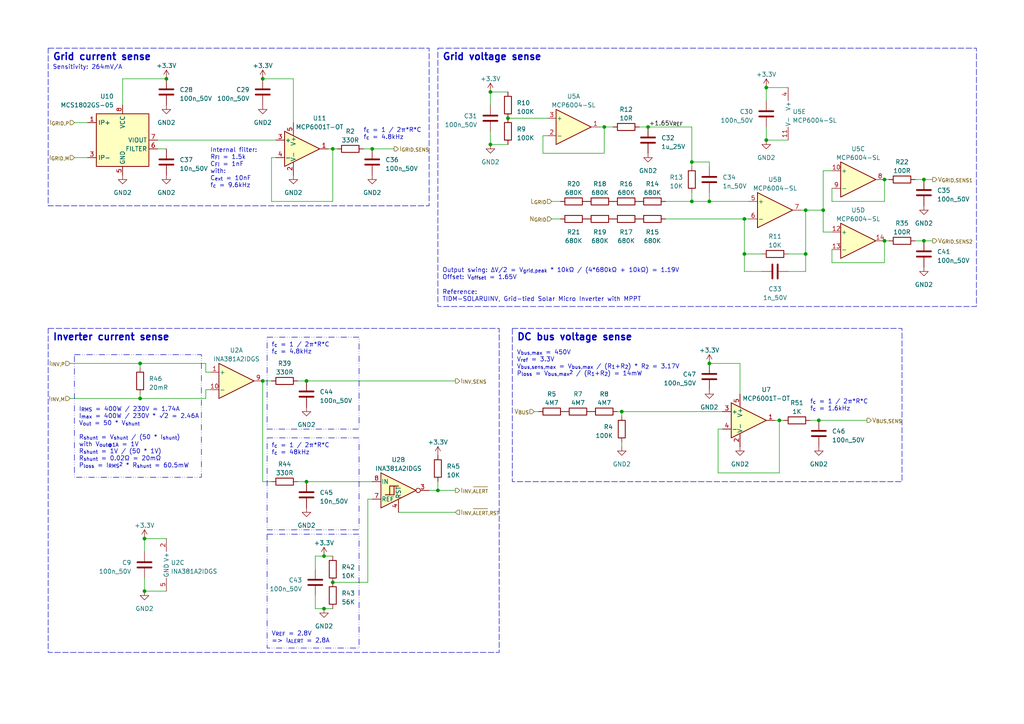
<source format=kicad_sch>
(kicad_sch (version 20230121) (generator eeschema)
  (paper "A4")
  (lib_symbols
    (symbol "_Amplifier_Current:INA381A2IDGS" (pin_names (offset 0.127))
      (property "Reference" "U" (at 1.27 3.175 0))
      (property "Value" "INA381A2IDGS" (at 1.27 -3.175 0))
      (symbol "INA381A2IDGS_1_1"
        (polyline (pts (xy -5.08 5.08) (xy 5.08 0) (xy -5.08 -5.08) (xy -5.08 5.08)) (stroke (width 0.254)) (fill (type background)))
        (pin input line (at -7.62 2.54 0) (length 2.54) (name "+") (number "1"))
        (pin input line (at -7.62 -2.54 0) (length 2.54) (name "-") (number "10"))
        (pin no_connect line (at -2.54 -3.81 90) (length 2.54) hide (name "NC") (number "6"))
        (pin output line (at 7.62 0 180) (length 2.54) (name "~") (number "9"))
      )
      (symbol "INA381A2IDGS_2_1"
        (polyline (pts (xy -2.54 -1.27) (xy -1.27 -1.27) (xy -1.27 1.27)) (stroke (width 0.254)) (fill (type background)))
        (polyline (pts (xy -5.08 5.08) (xy 5.08 0) (xy -5.08 -5.08) (xy -5.08 5.08)) (stroke (width 0.254)) (fill (type background)))
        (polyline (pts (xy -3.81 -1.27) (xy -2.54 -1.27) (xy -2.54 1.27) (xy 0 1.27)) (stroke (width 0.254)) (fill (type background)))
        (pin open_collector inverted (at 8.89 0 180) (length 3.81) (name "~") (number "3"))
        (pin input line (at 0 -6.35 90) (length 3.81) (name "RST") (number "4"))
        (pin input line (at -7.62 -2.54 0) (length 2.54) (name "REF") (number "7"))
        (pin input line (at -7.62 2.54 0) (length 2.54) (name "IN") (number "8"))
      )
      (symbol "INA381A2IDGS_3_1"
        (pin power_in line (at 0 7.62 270) (length 3.81) (name "V+") (number "2"))
        (pin power_in line (at 0 -7.62 90) (length 3.81) (name "GND") (number "5"))
      )
    )
    (symbol "_Amplifier_Current:MCS1802GS-05"
      (property "Reference" "U" (at 2.54 11.43 0))
      (property "Value" "MCS1802GS-05" (at 2.54 8.89 0))
      (symbol "MCS1802GS-05_0_1"
        (rectangle (start -7.62 7.62) (end 7.62 -7.62) (stroke (width 0.254)) (fill (type background)))
      )
      (symbol "MCS1802GS-05_1_1"
        (pin passive line (at -10.16 5.08 0) (length 2.54) (name "IP+") (number "1"))
        (pin passive line (at -10.16 5.08 0) (length 2.54) hide (name "IP+") (number "2"))
        (pin passive line (at -10.16 -5.08 0) (length 2.54) (name "IP-") (number "3"))
        (pin passive line (at -10.16 -5.08 0) (length 2.54) hide (name "IP-") (number "4"))
        (pin power_in line (at 0 -10.16 90) (length 2.54) (name "GND") (number "5"))
        (pin passive line (at 10.16 -2.54 180) (length 2.54) (name "FILTER") (number "6"))
        (pin output line (at 10.16 0 180) (length 2.54) (name "VIOUT") (number "7"))
        (pin power_in line (at 0 10.16 270) (length 2.54) (name "VCC") (number "8"))
      )
    )
    (symbol "_Amplifier_Operational:MCP6001T-OT" (pin_names (offset 0.127))
      (property "Reference" "U" (at -1.27 6.35 0))
      (property "Value" "MCP6001T-OT" (at -1.27 3.81 0))
      (symbol "MCP6001T-OT_0_1"
        (polyline (pts (xy -5.08 5.08) (xy 5.08 0) (xy -5.08 -5.08) (xy -5.08 5.08)) (stroke (width 0.254)) (fill (type background)))
        (pin power_in line (at -2.54 -7.62 90) (length 3.81) (name "V-") (number "2"))
        (pin power_in line (at -2.54 7.62 270) (length 3.81) (name "V+") (number "5"))
      )
      (symbol "MCP6001T-OT_1_1"
        (pin output line (at 7.62 0 180) (length 2.54) (name "~") (number "1"))
        (pin input line (at -7.62 2.54 0) (length 2.54) (name "+") (number "3"))
        (pin input line (at -7.62 -2.54 0) (length 2.54) (name "-") (number "4"))
      )
    )
    (symbol "_Amplifier_Operational:MCP6004-SL" (pin_names (offset 0.127))
      (property "Reference" "U" (at 0 5.08 0))
      (property "Value" "MCP6004-SL" (at 0 -5.08 0))
      (symbol "MCP6004-SL_1_1"
        (polyline (pts (xy -5.08 5.08) (xy 5.08 0) (xy -5.08 -5.08) (xy -5.08 5.08)) (stroke (width 0.254)) (fill (type background)))
        (pin output line (at 7.62 0 180) (length 2.54) (name "~") (number "1"))
        (pin input line (at -7.62 -2.54 0) (length 2.54) (name "-") (number "2"))
        (pin input line (at -7.62 2.54 0) (length 2.54) (name "+") (number "3"))
      )
      (symbol "MCP6004-SL_2_1"
        (polyline (pts (xy -5.08 5.08) (xy 5.08 0) (xy -5.08 -5.08) (xy -5.08 5.08)) (stroke (width 0.254)) (fill (type background)))
        (pin input line (at -7.62 2.54 0) (length 2.54) (name "+") (number "5"))
        (pin input line (at -7.62 -2.54 0) (length 2.54) (name "-") (number "6"))
        (pin output line (at 7.62 0 180) (length 2.54) (name "~") (number "7"))
      )
      (symbol "MCP6004-SL_3_1"
        (polyline (pts (xy -5.08 5.08) (xy 5.08 0) (xy -5.08 -5.08) (xy -5.08 5.08)) (stroke (width 0.254)) (fill (type background)))
        (pin input line (at -7.62 2.54 0) (length 2.54) (name "+") (number "10"))
        (pin output line (at 7.62 0 180) (length 2.54) (name "~") (number "8"))
        (pin input line (at -7.62 -2.54 0) (length 2.54) (name "-") (number "9"))
      )
      (symbol "MCP6004-SL_4_1"
        (polyline (pts (xy -5.08 5.08) (xy 5.08 0) (xy -5.08 -5.08) (xy -5.08 5.08)) (stroke (width 0.254)) (fill (type background)))
        (pin input line (at -7.62 2.54 0) (length 2.54) (name "+") (number "12"))
        (pin input line (at -7.62 -2.54 0) (length 2.54) (name "-") (number "13"))
        (pin output line (at 7.62 0 180) (length 2.54) (name "~") (number "14"))
      )
      (symbol "MCP6004-SL_5_1"
        (pin power_in line (at -2.54 -7.62 90) (length 3.81) (name "V-") (number "11"))
        (pin power_in line (at -2.54 7.62 270) (length 3.81) (name "V+") (number "4"))
      )
    )
    (symbol "_C_0603:100n_50V" (pin_numbers hide) (pin_names (offset 0.254))
      (property "Reference" "C" (at 0.635 2.54 0))
      (property "Value" "100n_50V" (at 0.635 -2.54 0))
      (symbol "100n_50V_0_1"
        (polyline (pts (xy -2.032 -0.762) (xy 2.032 -0.762)) (stroke (width 0.508)))
        (polyline (pts (xy -2.032 0.762) (xy 2.032 0.762)) (stroke (width 0.508)))
      )
      (symbol "100n_50V_1_1"
        (pin passive line (at 0 3.81 270) (length 2.794) (name "~") (number "1"))
        (pin passive line (at 0 -3.81 90) (length 2.794) (name "~") (number "2"))
      )
    )
    (symbol "_C_0603:10n_50V" (pin_numbers hide) (pin_names (offset 0.254))
      (property "Reference" "C" (at 0.635 2.54 0))
      (property "Value" "10n_50V" (at 0.635 -2.54 0))
      (symbol "10n_50V_0_1"
        (polyline (pts (xy -2.032 -0.762) (xy 2.032 -0.762)) (stroke (width 0.508)))
        (polyline (pts (xy -2.032 0.762) (xy 2.032 0.762)) (stroke (width 0.508)))
      )
      (symbol "10n_50V_1_1"
        (pin passive line (at 0 3.81 270) (length 2.794) (name "~") (number "1"))
        (pin passive line (at 0 -3.81 90) (length 2.794) (name "~") (number "2"))
      )
    )
    (symbol "_C_0603:1n_50V" (pin_numbers hide) (pin_names (offset 0.254))
      (property "Reference" "C" (at 0.635 2.54 0))
      (property "Value" "1n_50V" (at 0.635 -2.54 0))
      (symbol "1n_50V_0_1"
        (polyline (pts (xy -2.032 -0.762) (xy 2.032 -0.762)) (stroke (width 0.508)))
        (polyline (pts (xy -2.032 0.762) (xy 2.032 0.762)) (stroke (width 0.508)))
      )
      (symbol "1n_50V_1_1"
        (pin passive line (at 0 3.81 270) (length 2.794) (name "~") (number "1"))
        (pin passive line (at 0 -3.81 90) (length 2.794) (name "~") (number "2"))
      )
    )
    (symbol "_C_0805:1u_25V" (pin_numbers hide) (pin_names (offset 0.254))
      (property "Reference" "C" (at 0.635 2.54 0))
      (property "Value" "1u_25V" (at 0.635 -2.54 0))
      (symbol "1u_25V_0_1"
        (polyline (pts (xy -2.032 -0.762) (xy 2.032 -0.762)) (stroke (width 0.508)))
        (polyline (pts (xy -2.032 0.762) (xy 2.032 0.762)) (stroke (width 0.508)))
      )
      (symbol "1u_25V_1_1"
        (pin passive line (at 0 3.81 270) (length 2.794) (name "~") (number "1"))
        (pin passive line (at 0 -3.81 90) (length 2.794) (name "~") (number "2"))
      )
    )
    (symbol "_R_0603:100K" (pin_numbers hide) (pin_names (offset 0))
      (property "Reference" "R" (at 2.032 0 90))
      (property "Value" "100K" (at 0 0 90))
      (symbol "100K_0_1"
        (rectangle (start -1.016 -2.54) (end 1.016 2.54) (stroke (width 0.254)))
      )
      (symbol "100K_1_1"
        (pin passive line (at 0 3.81 270) (length 1.27) (name "~") (number "1"))
        (pin passive line (at 0 -3.81 90) (length 1.27) (name "~") (number "2"))
      )
    )
    (symbol "_R_0603:100R" (pin_numbers hide) (pin_names (offset 0))
      (property "Reference" "R" (at 2.032 0 90))
      (property "Value" "100R" (at 0 0 90))
      (symbol "100R_0_1"
        (rectangle (start -1.016 -2.54) (end 1.016 2.54) (stroke (width 0.254)))
      )
      (symbol "100R_1_1"
        (pin passive line (at 0 3.81 270) (length 1.27) (name "~") (number "1"))
        (pin passive line (at 0 -3.81 90) (length 1.27) (name "~") (number "2"))
      )
    )
    (symbol "_R_0603:10K" (pin_numbers hide) (pin_names (offset 0))
      (property "Reference" "R" (at 2.032 0 90))
      (property "Value" "10K" (at 0 0 90))
      (symbol "10K_0_1"
        (rectangle (start -1.016 -2.54) (end 1.016 2.54) (stroke (width 0.254)))
      )
      (symbol "10K_1_1"
        (pin passive line (at 0 3.81 270) (length 1.27) (name "~") (number "1"))
        (pin passive line (at 0 -3.81 90) (length 1.27) (name "~") (number "2"))
      )
    )
    (symbol "_R_0603:10R" (pin_numbers hide) (pin_names (offset 0))
      (property "Reference" "R" (at 2.032 0 90))
      (property "Value" "10R" (at 0 0 90))
      (symbol "10R_0_1"
        (rectangle (start -1.016 -2.54) (end 1.016 2.54) (stroke (width 0.254)))
      )
      (symbol "10R_1_1"
        (pin passive line (at 0 3.81 270) (length 1.27) (name "~") (number "1"))
        (pin passive line (at 0 -3.81 90) (length 1.27) (name "~") (number "2"))
      )
    )
    (symbol "_R_0603:1K" (pin_numbers hide) (pin_names (offset 0))
      (property "Reference" "R" (at 2.032 0 90))
      (property "Value" "1K" (at 0 0 90))
      (symbol "1K_0_1"
        (rectangle (start -1.016 -2.54) (end 1.016 2.54) (stroke (width 0.254)))
      )
      (symbol "1K_1_1"
        (pin passive line (at 0 3.81 270) (length 1.27) (name "~") (number "1"))
        (pin passive line (at 0 -3.81 90) (length 1.27) (name "~") (number "2"))
      )
    )
    (symbol "_R_0603:330R" (pin_numbers hide) (pin_names (offset 0))
      (property "Reference" "R" (at 2.032 0 90))
      (property "Value" "330R" (at 0 0 90))
      (symbol "330R_0_1"
        (rectangle (start -1.016 -2.54) (end 1.016 2.54) (stroke (width 0.254)))
      )
      (symbol "330R_1_1"
        (pin passive line (at 0 3.81 270) (length 1.27) (name "~") (number "1"))
        (pin passive line (at 0 -3.81 90) (length 1.27) (name "~") (number "2"))
      )
    )
    (symbol "_R_0603:56K" (pin_numbers hide) (pin_names (offset 0))
      (property "Reference" "R" (at 2.032 0 90))
      (property "Value" "56K" (at 0 0 90))
      (symbol "56K_0_1"
        (rectangle (start -1.016 -2.54) (end 1.016 2.54) (stroke (width 0.254)))
      )
      (symbol "56K_1_1"
        (pin passive line (at 0 3.81 270) (length 1.27) (name "~") (number "1"))
        (pin passive line (at 0 -3.81 90) (length 1.27) (name "~") (number "2"))
      )
    )
    (symbol "_R_1020:20mR" (pin_numbers hide) (pin_names (offset 0))
      (property "Reference" "R" (at 2.032 0 90))
      (property "Value" "20mR" (at 0 0 90))
      (symbol "20mR_0_1"
        (rectangle (start -1.016 -2.54) (end 1.016 2.54) (stroke (width 0.254)))
      )
      (symbol "20mR_1_1"
        (pin passive line (at 0 3.81 270) (length 1.27) (name "~") (number "1"))
        (pin passive line (at 0 -3.81 90) (length 1.27) (name "~") (number "2"))
      )
    )
    (symbol "_R_1206:4M7" (pin_numbers hide) (pin_names (offset 0))
      (property "Reference" "R" (at 2.032 0 90))
      (property "Value" "4M7" (at 0 0 90))
      (symbol "4M7_0_1"
        (rectangle (start -1.016 -2.54) (end 1.016 2.54) (stroke (width 0.254)))
      )
      (symbol "4M7_1_1"
        (pin passive line (at 0 3.81 270) (length 1.27) (name "~") (number "1"))
        (pin passive line (at 0 -3.81 90) (length 1.27) (name "~") (number "2"))
      )
    )
    (symbol "_R_1206:680K" (pin_numbers hide) (pin_names (offset 0))
      (property "Reference" "R" (at 2.032 0 90))
      (property "Value" "680K" (at 0 0 90))
      (symbol "680K_0_1"
        (rectangle (start -1.016 -2.54) (end 1.016 2.54) (stroke (width 0.254)))
      )
      (symbol "680K_1_1"
        (pin passive line (at 0 3.81 270) (length 1.27) (name "~") (number "1"))
        (pin passive line (at 0 -3.81 90) (length 1.27) (name "~") (number "2"))
      )
    )
    (symbol "power:+3.3V" (power) (pin_names (offset 0))
      (property "Value" "+3.3V" (at 0 3.556 0))
      (symbol "+3.3V_0_1"
        (polyline (pts (xy -0.762 1.27) (xy 0 2.54)))
        (polyline (pts (xy 0 0) (xy 0 2.54)))
        (polyline (pts (xy 0 2.54) (xy 0.762 1.27)))
      )
      (symbol "+3.3V_1_1"
        (pin power_in line (at 0 0 90) (length 0) hide (name "+3.3V") (number "1"))
      )
    )
    (symbol "power:GND2" (power) (pin_names (offset 0))
      (property "Value" "GND2" (at 0 -3.81 0))
      (symbol "GND2_0_1"
        (polyline (pts (xy 0 0) (xy 0 -1.27) (xy 1.27 -1.27) (xy 0 -2.54) (xy -1.27 -1.27) (xy 0 -1.27)))
      )
      (symbol "GND2_1_1"
        (pin power_in line (at 0 0 270) (length 0) hide (name "GND2") (number "1"))
      )
    )
  )
  (junction (at 93.98 161.29))
  (junction (at 127 142.24))
  (junction (at 205.74 58.42))
  (junction (at 256.54 69.85))
  (junction (at 233.68 60.96))
  (junction (at 107.95 43.18))
  (junction (at 41.91 156.21))
  (junction (at 238.76 60.96))
  (junction (at 237.49 121.92))
  (junction (at 142.24 26.67))
  (junction (at 233.68 73.66))
  (junction (at 76.2 22.86))
  (junction (at 180.34 119.38))
  (junction (at 96.52 168.91))
  (junction (at 200.66 58.42))
  (junction (at 142.24 41.91))
  (junction (at 205.74 105.41))
  (junction (at 88.9 139.7))
  (junction (at 267.97 69.85))
  (junction (at 256.54 52.07))
  (junction (at 267.97 52.07))
  (junction (at 215.9 63.5))
  (junction (at 147.32 34.29))
  (junction (at 40.64 105.41))
  (junction (at 48.26 22.86))
  (junction (at 222.25 25.4))
  (junction (at 175.26 36.83))
  (junction (at 96.52 43.18))
  (junction (at 76.2 110.49))
  (junction (at 93.98 176.53))
  (junction (at 200.66 46.99))
  (junction (at 40.64 115.57))
  (junction (at 88.9 110.49))
  (junction (at 215.9 73.66))
  (junction (at 222.25 40.64))
  (junction (at 226.06 121.92))
  (junction (at 187.96 36.83))
  (junction (at 41.91 171.45))
  (wire (pts (xy 208.28 137.16) (xy 226.06 137.16)))
  (wire (pts (xy 256.54 52.07) (xy 257.81 52.07)))
  (wire (pts (xy 93.98 161.29) (xy 91.44 161.29)))
  (wire (pts (xy 59.69 113.03) (xy 59.69 115.57)))
  (wire (pts (xy 241.3 72.39) (xy 241.3 76.2)))
  (wire (pts (xy 80.01 45.72) (xy 78.74 45.72)))
  (wire (pts (xy 209.55 124.46) (xy 208.28 124.46)))
  (wire (pts (xy 185.42 36.83) (xy 187.96 36.83)))
  (wire (pts (xy 238.76 60.96) (xy 238.76 49.53)))
  (wire (pts (xy 78.74 139.7) (xy 76.2 139.7)))
  (wire (pts (xy 215.9 63.5) (xy 217.17 63.5)))
  (wire (pts (xy 88.9 110.49) (xy 132.08 110.49)))
  (wire (pts (xy 59.69 107.95) (xy 59.69 105.41)))
  (wire (pts (xy 226.06 137.16) (xy 226.06 121.92)))
  (wire (pts (xy 208.28 124.46) (xy 208.28 137.16)))
  (wire (pts (xy 40.64 115.57) (xy 59.69 115.57)))
  (wire (pts (xy 157.48 39.37) (xy 157.48 44.45)))
  (wire (pts (xy 222.25 25.4) (xy 222.25 29.21)))
  (wire (pts (xy 106.68 144.78) (xy 106.68 168.91)))
  (wire (pts (xy 147.32 34.29) (xy 158.75 34.29)))
  (wire (pts (xy 78.74 45.72) (xy 78.74 58.42)))
  (wire (pts (xy 187.96 36.83) (xy 200.66 36.83)))
  (wire (pts (xy 222.25 36.83) (xy 222.25 40.64)))
  (wire (pts (xy 180.34 119.38) (xy 209.55 119.38)))
  (wire (pts (xy 86.36 139.7) (xy 88.9 139.7)))
  (wire (pts (xy 93.98 176.53) (xy 96.52 176.53)))
  (wire (pts (xy 86.36 110.49) (xy 88.9 110.49)))
  (wire (pts (xy 142.24 26.67) (xy 142.24 30.48)))
  (wire (pts (xy 222.25 40.64) (xy 228.6 40.64)))
  (wire (pts (xy 233.68 60.96) (xy 233.68 73.66)))
  (wire (pts (xy 40.64 105.41) (xy 59.69 105.41)))
  (wire (pts (xy 237.49 121.92) (xy 251.46 121.92)))
  (wire (pts (xy 154.94 119.38) (xy 156.21 119.38)))
  (wire (pts (xy 142.24 38.1) (xy 142.24 41.91)))
  (wire (pts (xy 91.44 172.72) (xy 91.44 176.53)))
  (wire (pts (xy 78.74 58.42) (xy 96.52 58.42)))
  (wire (pts (xy 233.68 78.74) (xy 233.68 73.66)))
  (wire (pts (xy 105.41 43.18) (xy 107.95 43.18)))
  (wire (pts (xy 35.56 22.86) (xy 48.26 22.86)))
  (wire (pts (xy 233.68 73.66) (xy 228.6 73.66)))
  (wire (pts (xy 35.56 22.86) (xy 35.56 30.48)))
  (wire (pts (xy 215.9 63.5) (xy 215.9 73.66)))
  (wire (pts (xy 256.54 69.85) (xy 257.81 69.85)))
  (wire (pts (xy 200.66 55.88) (xy 200.66 58.42)))
  (wire (pts (xy 142.24 26.67) (xy 147.32 26.67)))
  (wire (pts (xy 96.52 58.42) (xy 96.52 43.18)))
  (wire (pts (xy 41.91 156.21) (xy 48.26 156.21)))
  (wire (pts (xy 20.32 105.41) (xy 40.64 105.41)))
  (wire (pts (xy 226.06 121.92) (xy 227.33 121.92)))
  (wire (pts (xy 115.57 148.59) (xy 132.08 148.59)))
  (wire (pts (xy 41.91 167.64) (xy 41.91 171.45)))
  (wire (pts (xy 267.97 69.85) (xy 270.51 69.85)))
  (wire (pts (xy 124.46 142.24) (xy 127 142.24)))
  (wire (pts (xy 41.91 156.21) (xy 41.91 160.02)))
  (wire (pts (xy 93.98 176.53) (xy 91.44 176.53)))
  (wire (pts (xy 222.25 25.4) (xy 228.6 25.4)))
  (wire (pts (xy 157.48 44.45) (xy 175.26 44.45)))
  (wire (pts (xy 200.66 46.99) (xy 200.66 48.26)))
  (wire (pts (xy 142.24 41.91) (xy 147.32 41.91)))
  (wire (pts (xy 234.95 121.92) (xy 237.49 121.92)))
  (wire (pts (xy 238.76 49.53) (xy 241.3 49.53)))
  (wire (pts (xy 256.54 52.07) (xy 256.54 58.42)))
  (wire (pts (xy 193.04 63.5) (xy 215.9 63.5)))
  (wire (pts (xy 193.04 58.42) (xy 200.66 58.42)))
  (wire (pts (xy 21.59 35.56) (xy 25.4 35.56)))
  (wire (pts (xy 205.74 105.41) (xy 214.63 105.41)))
  (wire (pts (xy 45.72 43.18) (xy 48.26 43.18)))
  (wire (pts (xy 179.07 119.38) (xy 180.34 119.38)))
  (wire (pts (xy 256.54 76.2) (xy 241.3 76.2)))
  (wire (pts (xy 200.66 46.99) (xy 200.66 36.83)))
  (wire (pts (xy 160.02 63.5) (xy 162.56 63.5)))
  (wire (pts (xy 175.26 36.83) (xy 177.8 36.83)))
  (wire (pts (xy 78.74 110.49) (xy 76.2 110.49)))
  (wire (pts (xy 205.74 48.26) (xy 205.74 46.99)))
  (wire (pts (xy 205.74 55.88) (xy 205.74 58.42)))
  (wire (pts (xy 91.44 165.1) (xy 91.44 161.29)))
  (wire (pts (xy 232.41 60.96) (xy 233.68 60.96)))
  (wire (pts (xy 228.6 78.74) (xy 233.68 78.74)))
  (wire (pts (xy 267.97 52.07) (xy 270.51 52.07)))
  (wire (pts (xy 106.68 168.91) (xy 96.52 168.91)))
  (wire (pts (xy 160.02 58.42) (xy 162.56 58.42)))
  (wire (pts (xy 175.26 36.83) (xy 173.99 36.83)))
  (wire (pts (xy 76.2 22.86) (xy 85.09 22.86)))
  (wire (pts (xy 96.52 43.18) (xy 95.25 43.18)))
  (wire (pts (xy 85.09 22.86) (xy 85.09 35.56)))
  (wire (pts (xy 88.9 139.7) (xy 107.95 139.7)))
  (wire (pts (xy 45.72 40.64) (xy 80.01 40.64)))
  (wire (pts (xy 214.63 105.41) (xy 214.63 114.3)))
  (wire (pts (xy 106.68 144.78) (xy 107.95 144.78)))
  (wire (pts (xy 233.68 60.96) (xy 238.76 60.96)))
  (wire (pts (xy 215.9 73.66) (xy 215.9 78.74)))
  (wire (pts (xy 238.76 60.96) (xy 238.76 67.31)))
  (wire (pts (xy 76.2 110.49) (xy 76.2 139.7)))
  (wire (pts (xy 107.95 43.18) (xy 114.3 43.18)))
  (wire (pts (xy 220.98 73.66) (xy 215.9 73.66)))
  (wire (pts (xy 238.76 67.31) (xy 241.3 67.31)))
  (wire (pts (xy 256.54 58.42) (xy 241.3 58.42)))
  (wire (pts (xy 60.96 107.95) (xy 59.69 107.95)))
  (wire (pts (xy 205.74 46.99) (xy 200.66 46.99)))
  (wire (pts (xy 93.98 161.29) (xy 96.52 161.29)))
  (wire (pts (xy 241.3 58.42) (xy 241.3 54.61)))
  (wire (pts (xy 180.34 129.54) (xy 180.34 128.27)))
  (wire (pts (xy 40.64 105.41) (xy 40.64 106.68)))
  (wire (pts (xy 180.34 119.38) (xy 180.34 120.65)))
  (wire (pts (xy 200.66 58.42) (xy 205.74 58.42)))
  (wire (pts (xy 226.06 121.92) (xy 224.79 121.92)))
  (wire (pts (xy 127 139.7) (xy 127 142.24)))
  (wire (pts (xy 60.96 113.03) (xy 59.69 113.03)))
  (wire (pts (xy 215.9 78.74) (xy 220.98 78.74)))
  (wire (pts (xy 265.43 69.85) (xy 267.97 69.85)))
  (wire (pts (xy 127 142.24) (xy 132.08 142.24)))
  (wire (pts (xy 175.26 44.45) (xy 175.26 36.83)))
  (wire (pts (xy 40.64 114.3) (xy 40.64 115.57)))
  (wire (pts (xy 20.32 115.57) (xy 40.64 115.57)))
  (wire (pts (xy 96.52 43.18) (xy 97.79 43.18)))
  (wire (pts (xy 21.59 45.72) (xy 25.4 45.72)))
  (wire (pts (xy 265.43 52.07) (xy 267.97 52.07)))
  (wire (pts (xy 158.75 39.37) (xy 157.48 39.37)))
  (wire (pts (xy 205.74 58.42) (xy 217.17 58.42)))
  (wire (pts (xy 256.54 69.85) (xy 256.54 76.2)))
  (wire (pts (xy 41.91 171.45) (xy 48.26 171.45)))
  (rectangle (start 13.97 95.25) (end 144.78 189.23) (stroke (width 0) (type dash)))
  (rectangle (start 148.59 95.25) (end 261.62 139.7) (stroke (width 0) (type dash)))
  (rectangle (start 77.47 97.79) (end 104.14 124.46) (stroke (width 0) (type dash_dot_dot)))
  (rectangle (start 13.97 13.97) (end 124.46 59.69) (stroke (width 0) (type dash)))
  (rectangle (start 77.47 154.94) (end 104.14 187.96) (stroke (width 0) (type dash_dot_dot)))
  (rectangle (start 127 13.97) (end 283.21 88.9) (stroke (width 0) (type dash)))
  (rectangle (start 77.47 127) (end 104.14 153.67) (stroke (width 0) (type dash_dot_dot)))
  (rectangle (start 21.59 102.87) (end 58.42 138.43) (stroke (width 0) (type dash_dot_dot)))
  (text "f_{c} = 1 / 2π*R*C\nf_{c} = 4.8kHz" (at 78.74 102.87 0) (effects (font (size 1.27 1.27)) (justify left bottom)))
  (text "f_{c} = 1 / 2π*R*C\nf_{c} = 4.8kHz" (at 105.41 40.64 0) (effects (font (size 1.27 1.27)) (justify left bottom)))
  (text "Grid current sense" (at 15.24 17.78 0) (effects (font (size 2 2) (thickness 0.4) bold) (justify left bottom)))
  (text "Sensitivity: 264mV/A" (at 15.24 20.32 0) (effects (font (size 1.27 1.27)) (justify left bottom)))
  (text "DC bus voltage sense" (at 149.86 99.06 0) (effects (font (size 2 2) (thickness 0.4) bold) (justify left bottom)))
  (text "Internal filter:\nR_{Fi} = 1.5k\nC_{Fi} = 1nF\nwith:\nC_{ext} = 10nF\nf_{c} = 9.6kHz" (at 60.96 54.61 0) (effects (font (size 1.27 1.27)) (justify left bottom)))
  (text "V_{bus,max} = 450V\nV_{ref} = 3.3V\nV_{bus,sens,max} = V_{bus,max} / (R_{1}+R_{2}) * R_{2} = 3.17V\nP_{loss} = V_{bus,max}^{2} / (R_{1}+R_{2}) = 14mW" (at 149.86 109.22 0) (effects (font (size 1.27 1.27)) (justify left bottom)))
  (text "f_{c} = 1 / 2π*R*C\nf_{c} = 1.6kHz" (at 234.95 119.38 0) (effects (font (size 1.27 1.27)) (justify left bottom)))
  (text "Reference:\nTIDM-SOLARUINV, Grid-tied Solar Micro Inverter with MPPT" (at 128.27 87.63 0) (effects (font (size 1.27 1.27)) (justify left bottom)))
  (text "V_{REF} = 2.8V\n=> I_{ALERT} = 2.8A" (at 78.74 186.69 0) (effects (font (size 1.27 1.27)) (justify left bottom)))
  (text "Grid voltage sense" (at 128.27 17.78 0) (effects (font (size 2 2) (thickness 0.4) bold) (justify left bottom)))
  (text "Output swing: ΔV/2 = V_{grid,peak} * 10kΩ / (4*680kΩ + 10kΩ) = 1.19V\nOffset: V_{offset} = 1.65V" (at 128.27 81.28 0) (effects (font (size 1.27 1.27)) (justify left bottom)))
  (text "I_{RMS} = 400W / 230V = 1.74A\nI_{max} = 400W / 230V * √2 = 2.46A\nV_{out} = 50 * V_{shunt}\n\nR_{shunt} = V_{shunt} / (50 * I_{shunt})\nwith V_{out@1A} = 1V\nR_{shunt} = 1V / (50 * 1V)\nR_{shunt} = 0.02Ω = 20mΩ\nP_{loss} = I_{RMS}^{2} * R_{shunt} = 60.5mW" (at 22.86 135.89 0) (effects (font (size 1.27 1.27)) (justify left bottom)))
  (text "f_{c} = 1 / 2π*R*C\nf_{c} = 48kHz" (at 78.74 132.08 0) (effects (font (size 1.27 1.27)) (justify left bottom)))
  (text "Inverter current sense" (at 15.24 99.06 0) (effects (font (size 2 2) (thickness 0.4) bold) (justify left bottom)))
  (label "+1.65V_{REF}" (at 198.12 36.83 180))
  (hierarchical_label "V_{BUS,SENS}" (shape output) (at 251.46 121.92 0))
  (hierarchical_label "I_{INV,SENS}" (shape output) (at 132.08 110.49 0))
  (hierarchical_label "I_{GRID,M}" (shape input) (at 21.59 45.72 180))
  (hierarchical_label "V_{GRID,SENS2}" (shape output) (at 270.51 69.85 0))
  (hierarchical_label "I_{GRID,SENS}" (shape output) (at 114.3 43.18 0))
  (hierarchical_label "I_{INV,P}" (shape input) (at 20.32 105.41 180))
  (hierarchical_label "N_{GRID}" (shape input) (at 160.02 63.5 180))
  (hierarchical_label "V_{BUS}" (shape input) (at 154.94 119.38 180))
  (hierarchical_label "L_{GRID}" (shape input) (at 160.02 58.42 180))
  (hierarchical_label "I_{INV,~{ALERT}}" (shape output) (at 132.08 142.24 0))
  (hierarchical_label "I_{GRID,P}" (shape input) (at 21.59 35.56 180))
  (hierarchical_label "I_{INV,M}" (shape input) (at 20.32 115.57 180))
  (hierarchical_label "V_{GRID,SENS1}" (shape output) (at 270.51 52.07 0))
  (hierarchical_label "I_{INV,~{ALERT},RST}" (shape input) (at 132.08 148.59 0))
  (symbol (lib_id "_Amplifier_Current:INA381A2IDGS") (at 115.57 142.24 0) (unit 2)
    (property "Reference" "U2" (at 115.57 133.35 0))
    (property "Value" "INA381A2IDGS" (at 115.57 135.89 0))
    (property "Footprint" "Package_SO:VSSOP-10_3x3mm_P0.5mm" (effects hide))
    (property "Datasheet" "https://www.ti.com/lit/ds/symlink/ina381.pdf" (effects hide))
    (property "MF" "Texas Instruments" (effects hide))
    (property "MPN" "INA381A2IDGS" (effects hide))
    (property "OC_LCSC" "C1849464" (effects hide))
    (property "OC_MOUSER" "595-INA381A2IDGSR" (effects hide))
  )
  (symbol (lib_id "_R_0603:330R") (at 82.55 110.49 90) (unit 1)
    (property "Reference" "R39" (at 82.55 105.41 90))
    (property "Value" "330R" (at 82.55 107.95 90))
    (property "Footprint" "Resistor_SMD:R_0603_1608Metric" (effects hide))
    (property "OC_MOUSER" "603-AC0603FR-07330RL" (effects hide))
  )
  (symbol (lib_id "_Amplifier_Current:INA381A2IDGS") (at 48.26 163.83 0) (unit 3)
    (property "Reference" "U2" (at 49.53 163.195 0) (effects (justify left)))
    (property "Value" "INA381A2IDGS" (at 49.53 165.735 0) (effects (justify left)))
    (property "Footprint" "Package_SO:VSSOP-10_3x3mm_P0.5mm" (effects hide))
    (property "Datasheet" "https://www.ti.com/lit/ds/symlink/ina381.pdf" (effects hide))
    (property "MF" "Texas Instruments" (effects hide))
    (property "MPN" "INA381A2IDGS" (effects hide))
    (property "OC_LCSC" "C1849464" (effects hide))
    (property "OC_MOUSER" "595-INA381A2IDGSR" (effects hide))
  )
  (symbol (lib_id "_R_0603:100K") (at 147.32 38.1 0) (unit 1)
    (property "Reference" "R9" (at 149.86 37.465 0) (effects (justify left)))
    (property "Value" "100K" (at 149.86 40.005 0) (effects (justify left)))
    (property "Footprint" "Resistor_SMD:R_0603_1608Metric" (effects hide))
    (property "OC_MOUSER" "603-AC0603FR-07100KL" (effects hide))
  )
  (symbol (lib_id "_Amplifier_Operational:MCP6001T-OT") (at 87.63 43.18 0) (unit 1)
    (property "Reference" "U11" (at 92.71 34.29 0))
    (property "Value" "MCP6001T-OT" (at 92.71 36.83 0))
    (property "Footprint" "Package_TO_SOT_SMD:SOT-23-5" (effects hide))
    (property "Datasheet" "http://ww1.microchip.com/downloads/en/DeviceDoc/MCP6001-1R-1U-2-4-1-MHz-Low-Power-Op-Amp-DS20001733L.pdf" (effects hide))
    (property "MF" "Microchip Technology" (effects hide))
    (property "MPN" "MCP6001T-I/OT" (effects hide))
    (property "OC_LCSC" "C116490" (effects hide))
    (property "OC_MOUSER" "579-MCP6001T-I/OT" (effects hide))
  )
  (symbol (lib_id "_R_1206:4M7") (at 175.26 119.38 90) (unit 1)
    (property "Reference" "R8" (at 175.26 114.3 90))
    (property "Value" "4M7" (at 175.26 116.84 90))
    (property "Footprint" "Resistor_SMD:R_1206_3216Metric" (effects hide))
    (instances (project "OpenMI" (path "" (reference "R8") (unit 1)) (path "" (reference "R49") (unit 1))))
  )
  (symbol (lib_id "_C_0603:100n_50V") (at 142.24 34.29 0) (unit 1)
    (property "Reference" "C31" (at 138.43 33.655 0) (effects (justify right)))
    (property "Value" "100n_50V" (at 138.43 36.195 0) (effects (justify right)))
    (property "Footprint" "Capacitor_SMD:C_0603_1608Metric" (effects hide))
    (property "OC_MOUSER" "810-CGA3E2X7R1H104K" (effects hide))
    (instances (project "OpenMI" (path "" (reference "C31") (unit 1)) (path "" (reference "C30") (unit 1))))
  )
  (symbol (lib_id "power:GND2") (at 267.97 77.47 0) (unit 1)
    (property "Reference" "#PWR049" (effects hide))
    (property "Value" "GND2" (at 267.97 82.55 0))
    (instances (project "OpenMI" (path "" (reference "#PWR049") (unit 1)) (path "" (reference "#PWR045") (unit 1))))
  )
  (symbol (lib_id "_C_0603:100n_50V") (at 267.97 73.66 0) (unit 1)
    (property "Reference" "C41" (at 271.78 73.025 0) (effects (justify left)))
    (property "Value" "100n_50V" (at 271.78 75.565 0) (effects (justify left)))
    (property "Footprint" "Capacitor_SMD:C_0603_1608Metric" (effects hide))
    (property "OC_MOUSER" "810-CGA3E2X7R1H104K" (effects hide))
  )
  (symbol (lib_id "power:+3.3V") (at 205.74 105.41 0) (unit 1)
    (property "Reference" "#PWR036" (effects hide))
    (property "Value" "+3.3V" (at 205.74 101.6 0))
    (instances (project "OpenMI" (path "" (reference "#PWR036") (unit 1)) (path "" (reference "#PWR060") (unit 1))))
  )
  (symbol (lib_id "_Amplifier_Current:INA381A2IDGS") (at 68.58 110.49 0) (unit 1)
    (property "Reference" "U2" (at 68.58 101.6 0))
    (property "Value" "INA381A2IDGS" (at 68.58 104.14 0))
    (property "Footprint" "Package_SO:VSSOP-10_3x3mm_P0.5mm" (effects hide))
    (property "Datasheet" "https://www.ti.com/lit/ds/symlink/ina381.pdf" (effects hide))
    (property "MF" "Texas Instruments" (effects hide))
    (property "MPN" "INA381A2IDGS" (effects hide))
    (property "OC_LCSC" "C1849464" (effects hide))
    (property "OC_MOUSER" "595-INA381A2IDGSR" (effects hide))
  )
  (symbol (lib_id "_R_1206:680K") (at 173.99 58.42 90) (unit 1)
    (property "Reference" "R18" (at 173.99 53.34 90))
    (property "Value" "680K" (at 173.99 55.88 90))
    (property "Footprint" "Resistor_SMD:R_1206_3216Metric" (effects hide))
    (instances (project "OpenMI" (path "" (reference "R18") (unit 1)) (path "" (reference "R12") (unit 1))))
  )
  (symbol (lib_id "_C_0603:100n_50V") (at 76.2 26.67 0) (mirror y) (unit 1)
    (property "Reference" "C29" (at 72.39 26.035 0) (effects (justify left)))
    (property "Value" "100n_50V" (at 72.39 28.575 0) (effects (justify left)))
    (property "Footprint" "Capacitor_SMD:C_0603_1608Metric" (effects hide))
    (property "OC_MOUSER" "810-CGA3E2X7R1H104K" (effects hide))
  )
  (symbol (lib_id "_R_1206:4M7") (at 160.02 119.38 90) (unit 1)
    (property "Reference" "R5" (at 160.02 114.3 90))
    (property "Value" "4M7" (at 160.02 116.84 90))
    (property "Footprint" "Resistor_SMD:R_1206_3216Metric" (effects hide))
    (instances (project "OpenMI" (path "" (reference "R5") (unit 1)) (path "" (reference "R47") (unit 1))))
  )
  (symbol (lib_id "_R_0603:10K") (at 200.66 52.07 0) (mirror x) (unit 1)
    (property "Reference" "R13" (at 198.12 51.435 0) (effects (justify right)))
    (property "Value" "10K" (at 198.12 53.975 0) (effects (justify right)))
    (property "Footprint" "Resistor_SMD:R_0603_1608Metric" (effects hide))
    (property "OC_MOUSER" "603-AC0603FR-0710KL" (effects hide))
    (instances (project "OpenMI" (path "" (reference "R13") (unit 1)) (path "" (reference "R19") (unit 1))))
  )
  (symbol (lib_id "_Amplifier_Operational:MCP6004-SL") (at 231.14 33.02 0) (unit 5)
    (property "Reference" "U5" (at 229.87 32.385 0) (effects (justify left)))
    (property "Value" "MCP6004-SL" (at 229.87 34.925 0) (effects (justify left)))
    (property "Footprint" "Package_SO:SOIC-14_3.9x8.7mm_P1.27mm" (effects hide))
    (property "Datasheet" "http://ww1.microchip.com/downloads/en/DeviceDoc/MCP6001-1R-1U-2-4-1-MHz-Low-Power-Op-Amp-DS20001733L.pdf" (effects hide))
    (property "MF" "Microchip Technology" (effects hide))
    (property "MPN" "MCP6004-I/SL" (effects hide))
    (property "OC_LCSC" "C7378" (effects hide))
    (property "OC_MOUSER" "579-MCP6004-I/SL" (effects hide))
  )
  (symbol (lib_id "_C_0603:100n_50V") (at 205.74 109.22 0) (mirror y) (unit 1)
    (property "Reference" "C47" (at 201.93 108.585 0) (effects (justify left)))
    (property "Value" "100n_50V" (at 201.93 111.125 0) (effects (justify left)))
    (property "Footprint" "Capacitor_SMD:C_0603_1608Metric" (effects hide))
    (property "OC_MOUSER" "810-CGA3E2X7R1H104K" (effects hide))
  )
  (symbol (lib_id "_C_0603:100n_50V") (at 41.91 163.83 0) (mirror y) (unit 1)
    (property "Reference" "C9" (at 38.1 163.195 0) (effects (justify left)))
    (property "Value" "100n_50V" (at 38.1 165.735 0) (effects (justify left)))
    (property "Footprint" "Capacitor_SMD:C_0603_1608Metric" (effects hide))
    (property "OC_MOUSER" "810-CGA3E2X7R1H104K" (effects hide))
  )
  (symbol (lib_id "_R_0603:10K") (at 96.52 165.1 0) (unit 1)
    (property "Reference" "R42" (at 99.06 164.465 0) (effects (justify left)))
    (property "Value" "10K" (at 99.06 167.005 0) (effects (justify left)))
    (property "Footprint" "Resistor_SMD:R_0603_1608Metric" (effects hide))
    (property "OC_MOUSER" "603-AC0603FR-0710KL" (effects hide))
  )
  (symbol (lib_id "_Amplifier_Operational:MCP6004-SL") (at 224.79 60.96 0) (unit 2)
    (property "Reference" "U5" (at 224.79 52.07 0))
    (property "Value" "MCP6004-SL" (at 224.79 54.61 0))
    (property "Footprint" "Package_SO:SOIC-14_3.9x8.7mm_P1.27mm" (effects hide))
    (property "Datasheet" "http://ww1.microchip.com/downloads/en/DeviceDoc/MCP6001-1R-1U-2-4-1-MHz-Low-Power-Op-Amp-DS20001733L.pdf" (effects hide))
    (property "MF" "Microchip Technology" (effects hide))
    (property "MPN" "MCP6004-I/SL" (effects hide))
    (property "OC_LCSC" "C7378" (effects hide))
    (property "OC_MOUSER" "579-MCP6004-I/SL" (effects hide))
  )
  (symbol (lib_id "_R_0603:10K") (at 224.79 73.66 90) (unit 1)
    (property "Reference" "R11" (at 224.79 68.58 90))
    (property "Value" "10K" (at 224.79 71.12 90))
    (property "Footprint" "Resistor_SMD:R_0603_1608Metric" (effects hide))
    (property "OC_MOUSER" "603-AC0603FR-0710KL" (effects hide))
    (instances (project "OpenMI" (path "" (reference "R11") (unit 1)) (path "" (reference "R20") (unit 1))))
  )
  (symbol (lib_id "power:GND2") (at 85.09 50.8 0) (unit 1)
    (property "Reference" "#PWR066" (effects hide))
    (property "Value" "GND2" (at 85.09 55.88 0))
  )
  (symbol (lib_id "_C_0603:1n_50V") (at 224.79 78.74 90) (unit 1)
    (property "Reference" "C33" (at 224.79 83.82 90))
    (property "Value" "1n_50V" (at 224.79 86.36 90))
    (property "Footprint" "Capacitor_SMD:C_0603_1608Metric" (effects hide))
    (property "OC_MOUSER" "581-06035C102K" (effects hide))
  )
  (symbol (lib_id "power:GND2") (at 222.25 40.64 0) (unit 1)
    (property "Reference" "#PWR032" (effects hide))
    (property "Value" "GND2" (at 222.25 45.72 0))
    (instances (project "OpenMI" (path "" (reference "#PWR032") (unit 1)) (path "" (reference "#PWR041") (unit 1))))
  )
  (symbol (lib_id "_R_1020:20mR") (at 40.64 110.49 0) (unit 1)
    (property "Reference" "R46" (at 43.18 109.855 0) (effects (justify left)))
    (property "Value" "20mR" (at 43.18 112.395 0) (effects (justify left)))
    (property "Footprint" "Resistor_SMD:R_1020_2550Metric" (effects hide))
  )
  (symbol (lib_id "_Amplifier_Operational:MCP6004-SL") (at 166.37 36.83 0) (unit 1)
    (property "Reference" "U5" (at 166.37 27.94 0))
    (property "Value" "MCP6004-SL" (at 166.37 30.48 0))
    (property "Footprint" "Package_SO:SOIC-14_3.9x8.7mm_P1.27mm" (effects hide))
    (property "Datasheet" "http://ww1.microchip.com/downloads/en/DeviceDoc/MCP6001-1R-1U-2-4-1-MHz-Low-Power-Op-Amp-DS20001733L.pdf" (effects hide))
    (property "MF" "Microchip Technology" (effects hide))
    (property "MPN" "MCP6004-I/SL" (effects hide))
    (property "OC_LCSC" "C7378" (effects hide))
    (property "OC_MOUSER" "579-MCP6004-I/SL" (effects hide))
  )
  (symbol (lib_id "_R_0603:1K") (at 231.14 121.92 90) (unit 1)
    (property "Reference" "R51" (at 231.14 116.84 90))
    (property "Value" "1K" (at 231.14 119.38 90))
    (property "Footprint" "Resistor_SMD:R_0603_1608Metric" (effects hide))
    (property "OC_MOUSER" "603-AC0603FR-071KL" (effects hide))
  )
  (symbol (lib_id "power:+3.3V") (at 41.91 156.21 0) (unit 1)
    (property "Reference" "#PWR036" (effects hide))
    (property "Value" "+3.3V" (at 41.91 152.4 0))
    (instances (project "OpenMI" (path "" (reference "#PWR036") (unit 1)) (path "" (reference "#PWR050") (unit 1))))
  )
  (symbol (lib_id "_C_0603:100n_50V") (at 91.44 168.91 0) (mirror y) (unit 1)
    (property "Reference" "C43" (at 87.63 168.275 0) (effects (justify left)))
    (property "Value" "100n_50V" (at 87.63 170.815 0) (effects (justify left)))
    (property "Footprint" "Capacitor_SMD:C_0603_1608Metric" (effects hide))
    (property "OC_MOUSER" "810-CGA3E2X7R1H104K" (effects hide))
  )
  (symbol (lib_id "_C_0603:100n_50V") (at 222.25 33.02 0) (unit 1)
    (property "Reference" "C30" (at 218.44 32.385 0) (effects (justify right)))
    (property "Value" "100n_50V" (at 218.44 34.925 0) (effects (justify right)))
    (property "Footprint" "Capacitor_SMD:C_0603_1608Metric" (effects hide))
    (property "OC_MOUSER" "810-CGA3E2X7R1H104K" (effects hide))
    (instances (project "OpenMI" (path "" (reference "C30") (unit 1)) (path "" (reference "C34") (unit 1))))
  )
  (symbol (lib_id "_C_0603:10n_50V") (at 88.9 143.51 0) (unit 1)
    (property "Reference" "C45" (at 92.71 142.875 0) (effects (justify left)))
    (property "Value" "10n_50V" (at 92.71 145.415 0) (effects (justify left)))
    (property "Footprint" "Capacitor_SMD:C_0603_1608Metric" (effects hide))
    (property "OC_MOUSER" "810-CGA3E2X7R1H103K" (effects hide))
  )
  (symbol (lib_id "power:+3.3V") (at 142.24 26.67 0) (unit 1)
    (property "Reference" "#PWR037" (effects hide))
    (property "Value" "+3.3V" (at 142.24 22.86 0))
    (instances (project "OpenMI" (path "" (reference "#PWR037") (unit 1)) (path "" (reference "#PWR032") (unit 1))))
  )
  (symbol (lib_id "power:GND2") (at 35.56 50.8 0) (unit 1)
    (property "Reference" "#PWR049" (effects hide))
    (property "Value" "GND2" (at 35.56 55.88 0))
  )
  (symbol (lib_id "_C_0603:100n_50V") (at 267.97 55.88 0) (unit 1)
    (property "Reference" "C35" (at 271.78 55.245 0) (effects (justify left)))
    (property "Value" "100n_50V" (at 271.78 57.785 0) (effects (justify left)))
    (property "Footprint" "Capacitor_SMD:C_0603_1608Metric" (effects hide))
    (property "OC_MOUSER" "810-CGA3E2X7R1H104K" (effects hide))
  )
  (symbol (lib_id "power:GND2") (at 48.26 30.48 0) (unit 1)
    (property "Reference" "#PWR046" (effects hide))
    (property "Value" "GND2" (at 48.26 35.56 0))
  )
  (symbol (lib_id "_R_0603:330R") (at 101.6 43.18 90) (unit 1)
    (property "Reference" "R2" (at 101.6 38.1 90))
    (property "Value" "330R" (at 101.6 40.64 90))
    (property "Footprint" "Resistor_SMD:R_0603_1608Metric" (effects hide))
    (property "OC_MOUSER" "603-AC0603FR-07330RL" (effects hide))
  )
  (symbol (lib_id "_R_0603:10K") (at 127 135.89 0) (unit 1)
    (property "Reference" "R45" (at 129.54 135.255 0) (effects (justify left)))
    (property "Value" "10K" (at 129.54 137.795 0) (effects (justify left)))
    (property "Footprint" "Resistor_SMD:R_0603_1608Metric" (effects hide))
    (property "OC_MOUSER" "603-AC0603FR-0710KL" (effects hide))
  )
  (symbol (lib_id "power:GND2") (at 76.2 30.48 0) (unit 1)
    (property "Reference" "#PWR065" (effects hide))
    (property "Value" "GND2" (at 76.2 35.56 0))
  )
  (symbol (lib_id "_R_0603:330R") (at 82.55 139.7 90) (unit 1)
    (property "Reference" "R44" (at 82.55 134.62 90))
    (property "Value" "330R" (at 82.55 137.16 90))
    (property "Footprint" "Resistor_SMD:R_0603_1608Metric" (effects hide))
    (property "OC_MOUSER" "603-AC0603FR-07330RL" (effects hide))
  )
  (symbol (lib_id "_C_0805:1u_25V") (at 187.96 40.64 0) (unit 1)
    (property "Reference" "C32" (at 191.77 40.005 0) (effects (justify left)))
    (property "Value" "1u_25V" (at 191.77 42.545 0) (effects (justify left)))
    (property "Footprint" "Capacitor_SMD:C_0805_2012Metric" (effects hide))
    (property "OC_MOUSER" "77-VJ805Y105KXXTW1BC" (effects hide))
    (instances (project "OpenMI" (path "" (reference "C32") (unit 1)) (path "" (reference "C31") (unit 1))))
  )
  (symbol (lib_id "_Amplifier_Operational:MCP6004-SL") (at 248.92 52.07 0) (unit 3)
    (property "Reference" "U5" (at 248.92 43.18 0))
    (property "Value" "MCP6004-SL" (at 248.92 45.72 0))
    (property "Footprint" "Package_SO:SOIC-14_3.9x8.7mm_P1.27mm" (effects hide))
    (property "Datasheet" "http://ww1.microchip.com/downloads/en/DeviceDoc/MCP6001-1R-1U-2-4-1-MHz-Low-Power-Op-Amp-DS20001733L.pdf" (effects hide))
    (property "MF" "Microchip Technology" (effects hide))
    (property "MPN" "MCP6004-I/SL" (effects hide))
    (property "OC_LCSC" "C7378" (effects hide))
    (property "OC_MOUSER" "579-MCP6004-I/SL" (effects hide))
  )
  (symbol (lib_id "power:GND2") (at 88.9 147.32 0) (unit 1)
    (property "Reference" "#PWR055" (effects hide))
    (property "Value" "GND2" (at 88.9 152.4 0))
  )
  (symbol (lib_id "_R_0603:100K") (at 180.34 124.46 0) (mirror y) (unit 1)
    (property "Reference" "R4" (at 177.8 123.825 0) (effects (justify left)))
    (property "Value" "100K" (at 177.8 126.365 0) (effects (justify left)))
    (property "Footprint" "Resistor_SMD:R_0603_1608Metric" (effects hide))
    (property "OC_MOUSER" "603-AC0603FR-07100KL" (effects hide))
    (instances (project "OpenMI" (path "" (reference "R4") (unit 1)) (path "" (reference "R50") (unit 1))))
  )
  (symbol (lib_id "_Amplifier_Operational:MCP6004-SL") (at 248.92 69.85 0) (unit 4)
    (property "Reference" "U5" (at 248.92 60.96 0))
    (property "Value" "MCP6004-SL" (at 248.92 63.5 0))
    (property "Footprint" "Package_SO:SOIC-14_3.9x8.7mm_P1.27mm" (effects hide))
    (property "Datasheet" "http://ww1.microchip.com/downloads/en/DeviceDoc/MCP6001-1R-1U-2-4-1-MHz-Low-Power-Op-Amp-DS20001733L.pdf" (effects hide))
    (property "MF" "Microchip Technology" (effects hide))
    (property "MPN" "MCP6004-I/SL" (effects hide))
    (property "OC_LCSC" "C7378" (effects hide))
    (property "OC_MOUSER" "579-MCP6004-I/SL" (effects hide))
  )
  (symbol (lib_id "_R_0603:100R") (at 261.62 52.07 90) (unit 1)
    (property "Reference" "R22" (at 261.62 46.99 90))
    (property "Value" "100R" (at 261.62 49.53 90))
    (property "Footprint" "Resistor_SMD:R_0603_1608Metric" (effects hide))
    (property "OC_MOUSER" "603-AC0603FR-07100RL" (effects hide))
    (instances (project "OpenMI" (path "" (reference "R22") (unit 1)) (path "" (reference "R21") (unit 1))))
  )
  (symbol (lib_id "_R_0603:100R") (at 261.62 69.85 90) (unit 1)
    (property "Reference" "R35" (at 261.62 64.77 90))
    (property "Value" "100R" (at 261.62 67.31 90))
    (property "Footprint" "Resistor_SMD:R_0603_1608Metric" (effects hide))
    (property "OC_MOUSER" "603-AC0603FR-07100RL" (effects hide))
    (instances (project "OpenMI" (path "" (reference "R35") (unit 1)) (path "" (reference "R22") (unit 1))))
  )
  (symbol (lib_id "_Amplifier_Operational:MCP6001T-OT") (at 217.17 121.92 0) (unit 1)
    (property "Reference" "U7" (at 222.25 113.03 0))
    (property "Value" "MCP6001T-OT" (at 222.25 115.57 0))
    (property "Footprint" "Package_TO_SOT_SMD:SOT-23-5" (effects hide))
    (property "Datasheet" "http://ww1.microchip.com/downloads/en/DeviceDoc/MCP6001-1R-1U-2-4-1-MHz-Low-Power-Op-Amp-DS20001733L.pdf" (effects hide))
    (property "MF" "Microchip Technology" (effects hide))
    (property "MPN" "MCP6001T-I/OT" (effects hide))
    (property "OC_LCSC" "C116490" (effects hide))
    (property "OC_MOUSER" "579-MCP6001T-I/OT" (effects hide))
  )
  (symbol (lib_id "_R_1206:4M7") (at 167.64 119.38 90) (unit 1)
    (property "Reference" "R7" (at 167.64 114.3 90))
    (property "Value" "4M7" (at 167.64 116.84 90))
    (property "Footprint" "Resistor_SMD:R_1206_3216Metric" (effects hide))
    (instances (project "OpenMI" (path "" (reference "R7") (unit 1)) (path "" (reference "R48") (unit 1))))
  )
  (symbol (lib_id "_C_0603:100n_50V") (at 237.49 125.73 0) (unit 1)
    (property "Reference" "C46" (at 241.3 125.095 0) (effects (justify left)))
    (property "Value" "100n_50V" (at 241.3 127.635 0) (effects (justify left)))
    (property "Footprint" "Capacitor_SMD:C_0603_1608Metric" (effects hide))
    (property "OC_MOUSER" "810-CGA3E2X7R1H104K" (effects hide))
  )
  (symbol (lib_id "_C_0603:100n_50V") (at 107.95 46.99 0) (unit 1)
    (property "Reference" "C36" (at 111.76 46.355 0) (effects (justify left)))
    (property "Value" "100n_50V" (at 111.76 48.895 0) (effects (justify left)))
    (property "Footprint" "Capacitor_SMD:C_0603_1608Metric" (effects hide))
    (property "OC_MOUSER" "810-CGA3E2X7R1H104K" (effects hide))
  )
  (symbol (lib_id "_R_1206:680K") (at 189.23 58.42 90) (unit 1)
    (property "Reference" "R14" (at 189.23 53.34 90))
    (property "Value" "680K" (at 189.23 55.88 90))
    (property "Footprint" "Resistor_SMD:R_1206_3216Metric" (effects hide))
    (instances (project "OpenMI" (path "" (reference "R14") (unit 1)) (path "" (reference "R17") (unit 1))))
  )
  (symbol (lib_id "power:GND2") (at 142.24 41.91 0) (unit 1)
    (property "Reference" "#PWR038" (effects hide))
    (property "Value" "GND2" (at 142.24 46.99 0))
    (instances (project "OpenMI" (path "" (reference "#PWR038") (unit 1)) (path "" (reference "#PWR036") (unit 1))))
  )
  (symbol (lib_id "_R_1206:680K") (at 173.99 63.5 90) (unit 1)
    (property "Reference" "R19" (at 173.99 67.31 90))
    (property "Value" "680K" (at 173.99 69.85 90))
    (property "Footprint" "Resistor_SMD:R_1206_3216Metric" (effects hide))
    (instances (project "OpenMI" (path "" (reference "R19") (unit 1)) (path "" (reference "R13") (unit 1))))
  )
  (symbol (lib_id "_C_0603:100n_50V") (at 48.26 26.67 0) (mirror y) (unit 1)
    (property "Reference" "C28" (at 52.07 26.035 0) (effects (justify right)))
    (property "Value" "100n_50V" (at 52.07 28.575 0) (effects (justify right)))
    (property "Footprint" "Capacitor_SMD:C_0603_1608Metric" (effects hide))
    (property "OC_MOUSER" "810-CGA3E2X7R1H104K" (effects hide))
  )
  (symbol (lib_id "power:+3.3V") (at 76.2 22.86 0) (unit 1)
    (property "Reference" "#PWR036" (effects hide))
    (property "Value" "+3.3V" (at 76.2 19.05 0))
    (instances (project "OpenMI" (path "" (reference "#PWR036") (unit 1)) (path "" (reference "#PWR064") (unit 1))))
  )
  (symbol (lib_id "_R_1206:680K") (at 181.61 58.42 90) (unit 1)
    (property "Reference" "R16" (at 181.61 53.34 90))
    (property "Value" "680K" (at 181.61 55.88 90))
    (property "Footprint" "Resistor_SMD:R_1206_3216Metric" (effects hide))
    (instances (project "OpenMI" (path "" (reference "R16") (unit 1)) (path "" (reference "R15") (unit 1))))
  )
  (symbol (lib_id "_Amplifier_Current:MCS1802GS-05") (at 35.56 40.64 0) (unit 1)
    (property "Reference" "U10" (at 33.02 27.94 0) (effects (justify right)))
    (property "Value" "MCS1802GS-05" (at 33.02 30.48 0) (effects (justify right)))
    (property "Footprint" "Package_SO:SOIC-8_3.9x4.9mm_P1.27mm" (effects hide))
    (property "Datasheet" "https://www.monolithicpower.com/en/documentview/productdocument/index/version/2/document_type/Datasheet/lang/en/sku/MCS1802/" (effects hide))
    (property "MF" "MPS" (effects hide))
    (property "MPN" "MCS1802GS-05" (effects hide))
    (property "OC_MOUSER" "946-MCS1802GS-05-P" (effects hide))
  )
  (symbol (lib_id "power:GND2") (at 187.96 44.45 0) (unit 1)
    (property "Reference" "#PWR039" (effects hide))
    (property "Value" "GND2" (at 187.96 49.53 0))
  )
  (symbol (lib_id "power:GND2") (at 93.98 176.53 0) (unit 1)
    (property "Reference" "#PWR051" (effects hide))
    (property "Value" "GND2" (at 93.98 181.61 0))
  )
  (symbol (lib_id "_R_0603:56K") (at 96.52 172.72 0) (unit 1)
    (property "Reference" "R43" (at 99.06 172.085 0) (effects (justify left)))
    (property "Value" "56K" (at 99.06 174.625 0) (effects (justify left)))
    (property "Footprint" "Resistor_SMD:R_0603_1608Metric" (effects hide))
    (property "OC_MOUSER" "603-AC0603FR-0756KL" (effects hide))
  )
  (symbol (lib_id "_C_0603:100n_50V") (at 88.9 114.3 0) (unit 1)
    (property "Reference" "C44" (at 92.71 113.665 0) (effects (justify left)))
    (property "Value" "100n_50V" (at 92.71 116.205 0) (effects (justify left)))
    (property "Footprint" "Capacitor_SMD:C_0603_1608Metric" (effects hide))
    (property "OC_MOUSER" "810-CGA3E2X7R1H104K" (effects hide))
  )
  (symbol (lib_id "power:+3.3V") (at 93.98 161.29 0) (unit 1)
    (property "Reference" "#PWR036" (effects hide))
    (property "Value" "+3.3V" (at 93.98 157.48 0))
    (instances (project "OpenMI" (path "" (reference "#PWR036") (unit 1)) (path "" (reference "#PWR052") (unit 1))))
  )
  (symbol (lib_id "power:GND2") (at 88.9 118.11 0) (unit 1)
    (property "Reference" "#PWR053" (effects hide))
    (property "Value" "GND2" (at 88.9 123.19 0))
  )
  (symbol (lib_id "power:GND2") (at 107.95 50.8 0) (unit 1)
    (property "Reference" "#PWR067" (effects hide))
    (property "Value" "GND2" (at 107.95 55.88 0))
  )
  (symbol (lib_id "_R_0603:10R") (at 181.61 36.83 90) (unit 1)
    (property "Reference" "R12" (at 181.61 31.75 90))
    (property "Value" "10R" (at 181.61 34.29 90))
    (property "Footprint" "Resistor_SMD:R_0603_1608Metric" (effects hide))
    (property "OC_MOUSER" "603-AC0603FR-0710RL" (effects hide))
    (instances (project "OpenMI" (path "" (reference "R12") (unit 1)) (path "" (reference "R14") (unit 1))))
  )
  (symbol (lib_id "_R_1206:680K") (at 189.23 63.5 90) (unit 1)
    (property "Reference" "R15" (at 189.23 67.31 90))
    (property "Value" "680K" (at 189.23 69.85 90))
    (property "Footprint" "Resistor_SMD:R_1206_3216Metric" (effects hide))
    (instances (project "OpenMI" (path "" (reference "R15") (unit 1)) (path "" (reference "R18") (unit 1))))
  )
  (symbol (lib_id "power:GND2") (at 180.34 129.54 0) (mirror y) (unit 1)
    (property "Reference" "#PWR?" (effects hide))
    (property "Value" "GND2" (at 180.34 134.62 0))
    (instances (project "OpenMI" (path "" (reference "#PWR?") (unit 1)) (path "" (reference "#PWR019") (unit 1)) (path "" (reference "#PWR057") (unit 1))))
  )
  (symbol (lib_id "_R_1206:680K") (at 181.61 63.5 90) (unit 1)
    (property "Reference" "R17" (at 181.61 67.31 90))
    (property "Value" "680K" (at 181.61 69.85 90))
    (property "Footprint" "Resistor_SMD:R_1206_3216Metric" (effects hide))
    (instances (project "OpenMI" (path "" (reference "R17") (unit 1)) (path "" (reference "R16") (unit 1))))
  )
  (symbol (lib_id "_C_0603:10n_50V") (at 48.26 46.99 0) (unit 1)
    (property "Reference" "C37" (at 52.07 46.355 0) (effects (justify left)))
    (property "Value" "10n_50V" (at 52.07 48.895 0) (effects (justify left)))
    (property "Footprint" "Capacitor_SMD:C_0603_1608Metric" (effects hide))
    (property "OC_MOUSER" "810-CGA3E2X7R1H103K" (effects hide))
  )
  (symbol (lib_id "_C_0603:1n_50V") (at 205.74 52.07 180) (unit 1)
    (property "Reference" "C34" (at 209.55 51.435 0) (effects (justify right)))
    (property "Value" "1n_50V" (at 209.55 53.975 0) (effects (justify right)))
    (property "Footprint" "Capacitor_SMD:C_0603_1608Metric" (effects hide))
    (property "OC_MOUSER" "581-06035C102K" (effects hide))
    (instances (project "OpenMI" (path "" (reference "C34") (unit 1)) (path "" (reference "C32") (unit 1))))
  )
  (symbol (lib_id "power:GND2") (at 41.91 171.45 0) (unit 1)
    (property "Reference" "#PWR09" (effects hide))
    (property "Value" "GND2" (at 41.91 176.53 0))
  )
  (symbol (lib_id "_R_1206:680K") (at 166.37 58.42 90) (unit 1)
    (property "Reference" "R20" (at 166.37 53.34 90))
    (property "Value" "680K" (at 166.37 55.88 90))
    (property "Footprint" "Resistor_SMD:R_1206_3216Metric" (effects hide))
    (instances (project "OpenMI" (path "" (reference "R20") (unit 1)) (path "" (reference "R10") (unit 1))))
  )
  (symbol (lib_id "power:GND2") (at 267.97 59.69 0) (unit 1)
    (property "Reference" "#PWR042" (effects hide))
    (property "Value" "GND2" (at 267.97 64.77 0))
  )
  (symbol (lib_id "power:GND2") (at 214.63 129.54 0) (unit 1)
    (property "Reference" "#PWR056" (effects hide))
    (property "Value" "GND2" (at 214.63 134.62 0))
  )
  (symbol (lib_id "power:GND2") (at 237.49 129.54 0) (unit 1)
    (property "Reference" "#PWR058" (effects hide))
    (property "Value" "GND2" (at 237.49 134.62 0))
  )
  (symbol (lib_id "power:+3.3V") (at 127 132.08 0) (unit 1)
    (property "Reference" "#PWR036" (effects hide))
    (property "Value" "+3.3V" (at 127 128.27 0))
    (instances (project "OpenMI" (path "" (reference "#PWR036") (unit 1)) (path "" (reference "#PWR054") (unit 1))))
  )
  (symbol (lib_id "_R_0603:100K") (at 147.32 30.48 0) (unit 1)
    (property "Reference" "R10" (at 149.86 29.845 0) (effects (justify left)))
    (property "Value" "100K" (at 149.86 32.385 0) (effects (justify left)))
    (property "Footprint" "Resistor_SMD:R_0603_1608Metric" (effects hide))
    (property "OC_MOUSER" "603-AC0603FR-07100KL" (effects hide))
    (instances (project "OpenMI" (path "" (reference "R10") (unit 1)) (path "" (reference "R8") (unit 1))))
  )
  (symbol (lib_id "power:GND2") (at 205.74 113.03 0) (unit 1)
    (property "Reference" "#PWR059" (effects hide))
    (property "Value" "GND2" (at 205.74 118.11 0))
  )
  (symbol (lib_id "_R_1206:680K") (at 166.37 63.5 90) (unit 1)
    (property "Reference" "R21" (at 166.37 67.31 90))
    (property "Value" "680K" (at 166.37 69.85 90))
    (property "Footprint" "Resistor_SMD:R_1206_3216Metric" (effects hide))
    (instances (project "OpenMI" (path "" (reference "R21") (unit 1)) (path "" (reference "R11") (unit 1))))
  )
  (symbol (lib_id "power:+3.3V") (at 48.26 22.86 0) (unit 1)
    (property "Reference" "#PWR036" (effects hide))
    (property "Value" "+3.3V" (at 48.26 19.05 0))
    (instances (project "OpenMI" (path "" (reference "#PWR036") (unit 1)) (path "" (reference "#PWR038") (unit 1))))
  )
  (symbol (lib_id "power:GND2") (at 48.26 50.8 0) (unit 1)
    (property "Reference" "#PWR068" (effects hide))
    (property "Value" "GND2" (at 48.26 55.88 0))
  )
  (symbol (lib_id "power:+3.3V") (at 222.25 25.4 0) (unit 1)
    (property "Reference" "#PWR036" (effects hide))
    (property "Value" "+3.3V" (at 222.25 21.59 0))
    (instances (project "OpenMI" (path "" (reference "#PWR036") (unit 1)) (path "" (reference "#PWR040") (unit 1))))
  )
)
</source>
